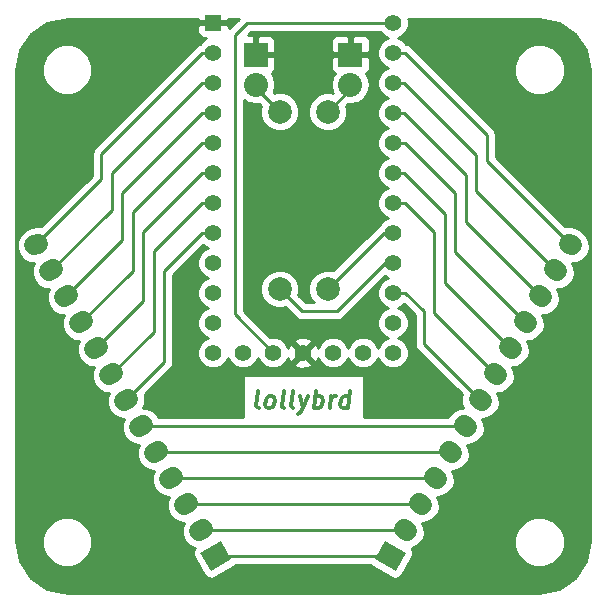
<source format=gtl>
G04 #@! TF.FileFunction,Copper,L1,Top,Signal*
%FSLAX46Y46*%
G04 Gerber Fmt 4.6, Leading zero omitted, Abs format (unit mm)*
G04 Created by KiCad (PCBNEW 0.201412201901+5330~19~ubuntu14.04.1-product) date Mon 29 Dec 2014 15:13:16 GMT*
%MOMM*%
G01*
G04 APERTURE LIST*
%ADD10C,0.100000*%
%ADD11C,0.300000*%
%ADD12R,2.032000X2.032000*%
%ADD13O,2.032000X2.032000*%
%ADD14C,1.727200*%
%ADD15C,1.998980*%
%ADD16R,1.397000X1.397000*%
%ADD17C,1.397000*%
%ADD18C,0.254000*%
G04 APERTURE END LIST*
D10*
D11*
X126236609Y-53678571D02*
X126102679Y-53607143D01*
X126049108Y-53464286D01*
X126209823Y-52178571D01*
X127022323Y-53678571D02*
X126888393Y-53607143D01*
X126825894Y-53535714D01*
X126772322Y-53392857D01*
X126825893Y-52964286D01*
X126915179Y-52821429D01*
X126995536Y-52750000D01*
X127147323Y-52678571D01*
X127361608Y-52678571D01*
X127495536Y-52750000D01*
X127558036Y-52821429D01*
X127611608Y-52964286D01*
X127558037Y-53392857D01*
X127468751Y-53535714D01*
X127388393Y-53607143D01*
X127236608Y-53678571D01*
X127022323Y-53678571D01*
X128379466Y-53678571D02*
X128245536Y-53607143D01*
X128191965Y-53464286D01*
X128352680Y-52178571D01*
X129165180Y-53678571D02*
X129031250Y-53607143D01*
X128977679Y-53464286D01*
X129138394Y-52178571D01*
X129718751Y-52678571D02*
X129950894Y-53678571D01*
X130433036Y-52678571D02*
X129950894Y-53678571D01*
X129763393Y-54035714D01*
X129683036Y-54107143D01*
X129531251Y-54178571D01*
X130879465Y-53678571D02*
X131066965Y-52178571D01*
X130995536Y-52750000D02*
X131147322Y-52678571D01*
X131433036Y-52678571D01*
X131566964Y-52750000D01*
X131629464Y-52821429D01*
X131683036Y-52964286D01*
X131629465Y-53392857D01*
X131540179Y-53535714D01*
X131459821Y-53607143D01*
X131308036Y-53678571D01*
X131022322Y-53678571D01*
X130888393Y-53607143D01*
X132236608Y-53678571D02*
X132361608Y-52678571D01*
X132325893Y-52964286D02*
X132415178Y-52821429D01*
X132495536Y-52750000D01*
X132647322Y-52678571D01*
X132790179Y-52678571D01*
X133808036Y-53678571D02*
X133995536Y-52178571D01*
X133816964Y-53607143D02*
X133665179Y-53678571D01*
X133379465Y-53678571D01*
X133245535Y-53607143D01*
X133183036Y-53535714D01*
X133129464Y-53392857D01*
X133183035Y-52964286D01*
X133272321Y-52821429D01*
X133352678Y-52750000D01*
X133504465Y-52678571D01*
X133790179Y-52678571D01*
X133924107Y-52750000D01*
D12*
X134000000Y-23730000D03*
D13*
X134000000Y-26270000D03*
D10*
G36*
X123931682Y-66438127D02*
X122171918Y-67454127D01*
X121308318Y-65958327D01*
X123068082Y-64942327D01*
X123931682Y-66438127D01*
X123931682Y-66438127D01*
G37*
D14*
X121218018Y-64074723D02*
X121481982Y-63922323D01*
X119948018Y-61875018D02*
X120211982Y-61722618D01*
X118678018Y-59675314D02*
X118941982Y-59522914D01*
X117408018Y-57475609D02*
X117671982Y-57323209D01*
X116138018Y-55275905D02*
X116401982Y-55123505D01*
X114868018Y-53076200D02*
X115131982Y-52923800D01*
X113598018Y-50876495D02*
X113861982Y-50724095D01*
X112328018Y-48676791D02*
X112591982Y-48524391D01*
X111058018Y-46477086D02*
X111321982Y-46324686D01*
X109788018Y-44277382D02*
X110051982Y-44124982D01*
X108518018Y-42077677D02*
X108781982Y-41925277D01*
X107248018Y-39877973D02*
X107511982Y-39725573D01*
D10*
G36*
X137828082Y-67454127D02*
X136068318Y-66438127D01*
X136931918Y-64942327D01*
X138691682Y-65958327D01*
X137828082Y-67454127D01*
X137828082Y-67454127D01*
G37*
D14*
X138518018Y-63922323D02*
X138781982Y-64074723D01*
X139788018Y-61722618D02*
X140051982Y-61875018D01*
X141058018Y-59522914D02*
X141321982Y-59675314D01*
X142328018Y-57323209D02*
X142591982Y-57475609D01*
X143598018Y-55123505D02*
X143861982Y-55275905D01*
X144868018Y-52923800D02*
X145131982Y-53076200D01*
X146138018Y-50724095D02*
X146401982Y-50876495D01*
X147408018Y-48524391D02*
X147671982Y-48676791D01*
X148678018Y-46324686D02*
X148941982Y-46477086D01*
X149948018Y-44124982D02*
X150211982Y-44277382D01*
X151218018Y-41925277D02*
X151481982Y-42077677D01*
X152488018Y-39725573D02*
X152751982Y-39877973D01*
D12*
X126000000Y-23730000D03*
D13*
X126000000Y-26270000D03*
D15*
X132080000Y-28568000D03*
X132080000Y-43568000D03*
X128016000Y-28568000D03*
X128016000Y-43568000D03*
D16*
X122380000Y-21030000D03*
D17*
X122380000Y-23570000D03*
X122380000Y-26110000D03*
X122380000Y-28650000D03*
X122380000Y-31190000D03*
X122380000Y-33730000D03*
X122380000Y-36270000D03*
X122380000Y-38810000D03*
X122380000Y-41350000D03*
X122380000Y-43890000D03*
X122380000Y-46430000D03*
X122380000Y-48970000D03*
X137620000Y-48970000D03*
X137620000Y-46430000D03*
X137620000Y-43890000D03*
X137620000Y-41350000D03*
X137620000Y-38810000D03*
X137620000Y-36270000D03*
X137620000Y-33730000D03*
X137620000Y-31190000D03*
X137620000Y-28650000D03*
X137620000Y-26110000D03*
X137620000Y-23570000D03*
X137620000Y-21030000D03*
X135080000Y-48970000D03*
X132540000Y-48970000D03*
X130000000Y-48970000D03*
X127460000Y-48970000D03*
X124920000Y-48970000D03*
D18*
X122620000Y-66198227D02*
X137380000Y-66198227D01*
X121350000Y-63998523D02*
X138650000Y-63998523D01*
X120080000Y-61798818D02*
X139920000Y-61798818D01*
X118810000Y-59599114D02*
X141190000Y-59599114D01*
X117540000Y-57399409D02*
X142460000Y-57399409D01*
X135128000Y-55199705D02*
X143730000Y-55199705D01*
X116270000Y-55199705D02*
X135128000Y-55199705D01*
X121464000Y-38810000D02*
X118237000Y-42037000D01*
X118237000Y-42037000D02*
X118237000Y-49763000D01*
X118237000Y-49763000D02*
X115000000Y-53000000D01*
X122380000Y-38810000D02*
X121464000Y-38810000D01*
X121464000Y-36270000D02*
X117348000Y-40386000D01*
X117348000Y-40386000D02*
X117348000Y-47182295D01*
X117348000Y-47182295D02*
X113730000Y-50800295D01*
X122380000Y-36270000D02*
X121464000Y-36270000D01*
X121464000Y-33730000D02*
X116459000Y-38735000D01*
X116459000Y-38735000D02*
X116459000Y-44601591D01*
X116459000Y-44601591D02*
X112460000Y-48600591D01*
X122380000Y-33730000D02*
X121464000Y-33730000D01*
X121464000Y-31190000D02*
X115570000Y-37084000D01*
X115570000Y-37084000D02*
X115570000Y-42020886D01*
X115570000Y-42020886D02*
X111190000Y-46400886D01*
X122380000Y-31190000D02*
X121464000Y-31190000D01*
X121464000Y-28650000D02*
X114681000Y-35433000D01*
X114681000Y-35433000D02*
X114681000Y-39440182D01*
X114681000Y-39440182D02*
X109920000Y-44201182D01*
X122380000Y-28650000D02*
X121464000Y-28650000D01*
X121464000Y-26110000D02*
X113792000Y-33782000D01*
X113792000Y-33782000D02*
X113792000Y-36859477D01*
X113792000Y-36859477D02*
X108650000Y-42001477D01*
X122380000Y-26110000D02*
X121464000Y-26110000D01*
X121464000Y-23570000D02*
X112903000Y-32131000D01*
X112903000Y-32131000D02*
X112903000Y-34278773D01*
X112903000Y-34278773D02*
X107380000Y-39801773D01*
X122380000Y-23570000D02*
X121464000Y-23570000D01*
X138632000Y-43890000D02*
X140208000Y-45466000D01*
X140208000Y-45466000D02*
X140208000Y-48208000D01*
X140208000Y-48208000D02*
X145000000Y-53000000D01*
X137620000Y-43890000D02*
X138632000Y-43890000D01*
X138609000Y-36270000D02*
X141097000Y-38758000D01*
X141097000Y-38758000D02*
X141097000Y-45627295D01*
X141097000Y-45627295D02*
X146270000Y-50800295D01*
X137620000Y-36270000D02*
X138609000Y-36270000D01*
X138505000Y-33730000D02*
X141986000Y-37211000D01*
X141986000Y-37211000D02*
X141986000Y-43046591D01*
X141986000Y-43046591D02*
X147540000Y-48600591D01*
X137620000Y-33730000D02*
X138505000Y-33730000D01*
X138632000Y-31190000D02*
X142875000Y-35433000D01*
X142875000Y-35433000D02*
X142875000Y-40465886D01*
X142875000Y-40465886D02*
X148810000Y-46400886D01*
X137620000Y-31190000D02*
X138632000Y-31190000D01*
X138505000Y-28650000D02*
X143764000Y-33909000D01*
X143764000Y-33909000D02*
X143764000Y-37885182D01*
X143764000Y-37885182D02*
X150080000Y-44201182D01*
X137620000Y-28650000D02*
X138505000Y-28650000D01*
X138505000Y-26110000D02*
X144653000Y-32258000D01*
X144653000Y-32258000D02*
X144653000Y-35304477D01*
X144653000Y-35304477D02*
X151350000Y-42001477D01*
X137620000Y-26110000D02*
X138505000Y-26110000D01*
X138609000Y-23570000D02*
X145542000Y-30503000D01*
X145542000Y-30503000D02*
X145542000Y-32723773D01*
X145542000Y-32723773D02*
X152620000Y-39801773D01*
X137620000Y-23570000D02*
X138609000Y-23570000D01*
X125274000Y-21030000D02*
X124206000Y-22098000D01*
X124206000Y-22098000D02*
X124206000Y-45716000D01*
X124206000Y-45716000D02*
X127460000Y-48970000D01*
X137620000Y-21030000D02*
X125274000Y-21030000D01*
X134000000Y-26270000D02*
X134000000Y-26648000D01*
X134000000Y-26648000D02*
X132080000Y-28568000D01*
X134000000Y-26270000D02*
X134000000Y-26500000D01*
X126000000Y-26270000D02*
X126000000Y-26552000D01*
X126000000Y-26552000D02*
X128016000Y-28568000D01*
X126000000Y-26270000D02*
X126000000Y-26500000D01*
X137620000Y-38810000D02*
X136838000Y-38810000D01*
X136838000Y-38810000D02*
X132080000Y-43568000D01*
X132014000Y-43500000D02*
X132000000Y-43500000D01*
X132014000Y-43500000D02*
X132000000Y-43500000D01*
X137620000Y-41350000D02*
X136958000Y-41350000D01*
X136958000Y-41350000D02*
X132842000Y-45466000D01*
X132842000Y-45466000D02*
X129914000Y-45466000D01*
X129914000Y-45466000D02*
X128016000Y-43568000D01*
G36*
X143559912Y-53635035D02*
X143182143Y-53659795D01*
X142657718Y-53918411D01*
X142272182Y-54358029D01*
X142245135Y-54437705D01*
X135128750Y-54437705D01*
X135128750Y-50865000D01*
X130754583Y-50865000D01*
X130754583Y-49904188D01*
X130000000Y-49149605D01*
X129245417Y-49904188D01*
X129307071Y-50139800D01*
X129807480Y-50315927D01*
X130337199Y-50287148D01*
X130692929Y-50139800D01*
X130754583Y-49904188D01*
X130754583Y-50865000D01*
X124871251Y-50865000D01*
X124871251Y-54437705D01*
X117754865Y-54437705D01*
X117727822Y-54358036D01*
X117342288Y-53918416D01*
X116817864Y-53659798D01*
X116440086Y-53635035D01*
X116607529Y-53295498D01*
X116645774Y-52712025D01*
X116574772Y-52502858D01*
X118775815Y-50301816D01*
X118775815Y-50301815D01*
X118940996Y-50054605D01*
X118998999Y-49763000D01*
X118999000Y-49763000D01*
X118999000Y-42352630D01*
X121517817Y-39833812D01*
X121623647Y-39939827D01*
X121961446Y-40080093D01*
X121625620Y-40218854D01*
X121250173Y-40593647D01*
X121046732Y-41083587D01*
X121046269Y-41614086D01*
X121248854Y-42104380D01*
X121623647Y-42479827D01*
X121961446Y-42620093D01*
X121625620Y-42758854D01*
X121250173Y-43133647D01*
X121046732Y-43623587D01*
X121046269Y-44154086D01*
X121248854Y-44644380D01*
X121623647Y-45019827D01*
X121961446Y-45160093D01*
X121625620Y-45298854D01*
X121250173Y-45673647D01*
X121046732Y-46163587D01*
X121046269Y-46694086D01*
X121248854Y-47184380D01*
X121623647Y-47559827D01*
X121961446Y-47700093D01*
X121625620Y-47838854D01*
X121250173Y-48213647D01*
X121046732Y-48703587D01*
X121046269Y-49234086D01*
X121248854Y-49724380D01*
X121623647Y-50099827D01*
X122113587Y-50303268D01*
X122644086Y-50303731D01*
X123134380Y-50101146D01*
X123509827Y-49726353D01*
X123650093Y-49388553D01*
X123788854Y-49724380D01*
X124163647Y-50099827D01*
X124653587Y-50303268D01*
X125184086Y-50303731D01*
X125674380Y-50101146D01*
X126049827Y-49726353D01*
X126190093Y-49388553D01*
X126328854Y-49724380D01*
X126703647Y-50099827D01*
X127193587Y-50303268D01*
X127724086Y-50303731D01*
X128214380Y-50101146D01*
X128589827Y-49726353D01*
X128723313Y-49404881D01*
X128830200Y-49662929D01*
X129065812Y-49724583D01*
X129820395Y-48970000D01*
X129065812Y-48215417D01*
X128830200Y-48277071D01*
X128731916Y-48556311D01*
X128591146Y-48215620D01*
X128216353Y-47840173D01*
X127726413Y-47636732D01*
X127203905Y-47636275D01*
X124968000Y-45400370D01*
X124968000Y-27560271D01*
X125368190Y-27827670D01*
X126000000Y-27953345D01*
X126270006Y-27899637D01*
X126449285Y-28078915D01*
X126381794Y-28241453D01*
X126381226Y-28891694D01*
X126629538Y-29492655D01*
X127088927Y-29952846D01*
X127689453Y-30202206D01*
X128339694Y-30202774D01*
X128940655Y-29954462D01*
X129400846Y-29495073D01*
X129650206Y-28894547D01*
X129650774Y-28244306D01*
X129402462Y-27643345D01*
X128943073Y-27183154D01*
X128342547Y-26933794D01*
X127692306Y-26933226D01*
X127527112Y-27001482D01*
X127499073Y-26973443D01*
X127525325Y-26934155D01*
X127651000Y-26302345D01*
X127651000Y-26237655D01*
X127525325Y-25605845D01*
X127324628Y-25305481D01*
X127375699Y-25284327D01*
X127554327Y-25105698D01*
X127651000Y-24872309D01*
X127651000Y-24015750D01*
X127651000Y-23444250D01*
X127651000Y-22587691D01*
X127554327Y-22354302D01*
X127375699Y-22175673D01*
X127142310Y-22079000D01*
X126889691Y-22079000D01*
X126285750Y-22079000D01*
X126127000Y-22237750D01*
X126127000Y-23603000D01*
X127492250Y-23603000D01*
X127651000Y-23444250D01*
X127651000Y-24015750D01*
X127492250Y-23857000D01*
X126127000Y-23857000D01*
X126127000Y-23877000D01*
X125873000Y-23877000D01*
X125873000Y-23857000D01*
X125853000Y-23857000D01*
X125853000Y-23603000D01*
X125873000Y-23603000D01*
X125873000Y-22237750D01*
X125714250Y-22079000D01*
X125302630Y-22079000D01*
X125589630Y-21792000D01*
X136496460Y-21792000D01*
X136863647Y-22159827D01*
X137201446Y-22300093D01*
X136865620Y-22438854D01*
X136490173Y-22813647D01*
X136286732Y-23303587D01*
X136286269Y-23834086D01*
X136488854Y-24324380D01*
X136863647Y-24699827D01*
X137201446Y-24840093D01*
X136865620Y-24978854D01*
X136490173Y-25353647D01*
X136286732Y-25843587D01*
X136286269Y-26374086D01*
X136488854Y-26864380D01*
X136863647Y-27239827D01*
X137201446Y-27380093D01*
X136865620Y-27518854D01*
X136490173Y-27893647D01*
X136286732Y-28383587D01*
X136286269Y-28914086D01*
X136488854Y-29404380D01*
X136863647Y-29779827D01*
X137201446Y-29920093D01*
X136865620Y-30058854D01*
X136490173Y-30433647D01*
X136286732Y-30923587D01*
X136286269Y-31454086D01*
X136488854Y-31944380D01*
X136863647Y-32319827D01*
X137201446Y-32460093D01*
X136865620Y-32598854D01*
X136490173Y-32973647D01*
X136286732Y-33463587D01*
X136286269Y-33994086D01*
X136488854Y-34484380D01*
X136863647Y-34859827D01*
X137201446Y-35000093D01*
X136865620Y-35138854D01*
X136490173Y-35513647D01*
X136286732Y-36003587D01*
X136286269Y-36534086D01*
X136488854Y-37024380D01*
X136863647Y-37399827D01*
X137201446Y-37540093D01*
X136865620Y-37678854D01*
X136490173Y-38053647D01*
X136438495Y-38178100D01*
X136299185Y-38271185D01*
X135651000Y-38919369D01*
X135651000Y-26302345D01*
X135651000Y-26237655D01*
X135525325Y-25605845D01*
X135324628Y-25305481D01*
X135375699Y-25284327D01*
X135554327Y-25105698D01*
X135651000Y-24872309D01*
X135651000Y-24015750D01*
X135651000Y-23444250D01*
X135651000Y-22587691D01*
X135554327Y-22354302D01*
X135375699Y-22175673D01*
X135142310Y-22079000D01*
X134889691Y-22079000D01*
X134285750Y-22079000D01*
X134127000Y-22237750D01*
X134127000Y-23603000D01*
X135492250Y-23603000D01*
X135651000Y-23444250D01*
X135651000Y-24015750D01*
X135492250Y-23857000D01*
X134127000Y-23857000D01*
X134127000Y-23877000D01*
X133873000Y-23877000D01*
X133873000Y-23857000D01*
X133873000Y-23603000D01*
X133873000Y-22237750D01*
X133714250Y-22079000D01*
X133110309Y-22079000D01*
X132857690Y-22079000D01*
X132624301Y-22175673D01*
X132445673Y-22354302D01*
X132349000Y-22587691D01*
X132349000Y-23444250D01*
X132507750Y-23603000D01*
X133873000Y-23603000D01*
X133873000Y-23857000D01*
X132507750Y-23857000D01*
X132349000Y-24015750D01*
X132349000Y-24872309D01*
X132445673Y-25105698D01*
X132624301Y-25284327D01*
X132675371Y-25305481D01*
X132474675Y-25605845D01*
X132349000Y-26237655D01*
X132349000Y-26302345D01*
X132474675Y-26934155D01*
X132500501Y-26972807D01*
X132406547Y-26933794D01*
X131756306Y-26933226D01*
X131155345Y-27181538D01*
X130695154Y-27640927D01*
X130445794Y-28241453D01*
X130445226Y-28891694D01*
X130693538Y-29492655D01*
X131152927Y-29952846D01*
X131753453Y-30202206D01*
X132403694Y-30202774D01*
X133004655Y-29954462D01*
X133464846Y-29495073D01*
X133714206Y-28894547D01*
X133714774Y-28244306D01*
X133646517Y-28079112D01*
X133810065Y-27915564D01*
X134000000Y-27953345D01*
X134631810Y-27827670D01*
X135167433Y-27469778D01*
X135525325Y-26934155D01*
X135651000Y-26302345D01*
X135651000Y-38919369D01*
X132569084Y-42001285D01*
X132406547Y-41933794D01*
X131756306Y-41933226D01*
X131155345Y-42181538D01*
X130695154Y-42640927D01*
X130445794Y-43241453D01*
X130445226Y-43891694D01*
X130693538Y-44492655D01*
X130904514Y-44704000D01*
X130229630Y-44704000D01*
X129582714Y-44057084D01*
X129650206Y-43894547D01*
X129650774Y-43244306D01*
X129402462Y-42643345D01*
X128943073Y-42183154D01*
X128342547Y-41933794D01*
X127692306Y-41933226D01*
X127091345Y-42181538D01*
X126631154Y-42640927D01*
X126381794Y-43241453D01*
X126381226Y-43891694D01*
X126629538Y-44492655D01*
X127088927Y-44952846D01*
X127689453Y-45202206D01*
X128339694Y-45202774D01*
X128504887Y-45134517D01*
X129375184Y-46004815D01*
X129375185Y-46004815D01*
X129622395Y-46169996D01*
X129914000Y-46228000D01*
X132842000Y-46228000D01*
X132842000Y-46227999D01*
X133133604Y-46169996D01*
X133133605Y-46169996D01*
X133380815Y-46004815D01*
X136893434Y-42492195D01*
X137201446Y-42620093D01*
X136865620Y-42758854D01*
X136490173Y-43133647D01*
X136286732Y-43623587D01*
X136286269Y-44154086D01*
X136488854Y-44644380D01*
X136863647Y-45019827D01*
X137201446Y-45160093D01*
X136865620Y-45298854D01*
X136490173Y-45673647D01*
X136286732Y-46163587D01*
X136286269Y-46694086D01*
X136488854Y-47184380D01*
X136863647Y-47559827D01*
X137201446Y-47700093D01*
X136865620Y-47838854D01*
X136490173Y-48213647D01*
X136349906Y-48551446D01*
X136211146Y-48215620D01*
X135836353Y-47840173D01*
X135346413Y-47636732D01*
X134815914Y-47636269D01*
X134325620Y-47838854D01*
X133950173Y-48213647D01*
X133809906Y-48551446D01*
X133671146Y-48215620D01*
X133296353Y-47840173D01*
X132806413Y-47636732D01*
X132275914Y-47636269D01*
X131785620Y-47838854D01*
X131410173Y-48213647D01*
X131276686Y-48535118D01*
X131169800Y-48277071D01*
X130934188Y-48215417D01*
X130754583Y-48395022D01*
X130754583Y-48035812D01*
X130692929Y-47800200D01*
X130192520Y-47624073D01*
X129662801Y-47652852D01*
X129307071Y-47800200D01*
X129245417Y-48035812D01*
X130000000Y-48790395D01*
X130754583Y-48035812D01*
X130754583Y-48395022D01*
X130179605Y-48970000D01*
X130934188Y-49724583D01*
X131169800Y-49662929D01*
X131268083Y-49383688D01*
X131408854Y-49724380D01*
X131783647Y-50099827D01*
X132273587Y-50303268D01*
X132804086Y-50303731D01*
X133294380Y-50101146D01*
X133669827Y-49726353D01*
X133810093Y-49388553D01*
X133948854Y-49724380D01*
X134323647Y-50099827D01*
X134813587Y-50303268D01*
X135344086Y-50303731D01*
X135834380Y-50101146D01*
X136209827Y-49726353D01*
X136350093Y-49388553D01*
X136488854Y-49724380D01*
X136863647Y-50099827D01*
X137353587Y-50303268D01*
X137884086Y-50303731D01*
X138374380Y-50101146D01*
X138749827Y-49726353D01*
X138953268Y-49236413D01*
X138953731Y-48705914D01*
X138751146Y-48215620D01*
X138376353Y-47840173D01*
X138038553Y-47699906D01*
X138374380Y-47561146D01*
X138749827Y-47186353D01*
X138953268Y-46696413D01*
X138953731Y-46165914D01*
X138751146Y-45675620D01*
X138376353Y-45300173D01*
X138038553Y-45159906D01*
X138374380Y-45021146D01*
X138530083Y-44865713D01*
X139446000Y-45781630D01*
X139446000Y-48208000D01*
X139504004Y-48499605D01*
X139669185Y-48746815D01*
X143425227Y-52502858D01*
X143354227Y-52712017D01*
X143392469Y-53295490D01*
X143559912Y-53635035D01*
X143559912Y-53635035D01*
G37*
X143559912Y-53635035D02*
X143182143Y-53659795D01*
X142657718Y-53918411D01*
X142272182Y-54358029D01*
X142245135Y-54437705D01*
X135128750Y-54437705D01*
X135128750Y-50865000D01*
X130754583Y-50865000D01*
X130754583Y-49904188D01*
X130000000Y-49149605D01*
X129245417Y-49904188D01*
X129307071Y-50139800D01*
X129807480Y-50315927D01*
X130337199Y-50287148D01*
X130692929Y-50139800D01*
X130754583Y-49904188D01*
X130754583Y-50865000D01*
X124871251Y-50865000D01*
X124871251Y-54437705D01*
X117754865Y-54437705D01*
X117727822Y-54358036D01*
X117342288Y-53918416D01*
X116817864Y-53659798D01*
X116440086Y-53635035D01*
X116607529Y-53295498D01*
X116645774Y-52712025D01*
X116574772Y-52502858D01*
X118775815Y-50301816D01*
X118775815Y-50301815D01*
X118940996Y-50054605D01*
X118998999Y-49763000D01*
X118999000Y-49763000D01*
X118999000Y-42352630D01*
X121517817Y-39833812D01*
X121623647Y-39939827D01*
X121961446Y-40080093D01*
X121625620Y-40218854D01*
X121250173Y-40593647D01*
X121046732Y-41083587D01*
X121046269Y-41614086D01*
X121248854Y-42104380D01*
X121623647Y-42479827D01*
X121961446Y-42620093D01*
X121625620Y-42758854D01*
X121250173Y-43133647D01*
X121046732Y-43623587D01*
X121046269Y-44154086D01*
X121248854Y-44644380D01*
X121623647Y-45019827D01*
X121961446Y-45160093D01*
X121625620Y-45298854D01*
X121250173Y-45673647D01*
X121046732Y-46163587D01*
X121046269Y-46694086D01*
X121248854Y-47184380D01*
X121623647Y-47559827D01*
X121961446Y-47700093D01*
X121625620Y-47838854D01*
X121250173Y-48213647D01*
X121046732Y-48703587D01*
X121046269Y-49234086D01*
X121248854Y-49724380D01*
X121623647Y-50099827D01*
X122113587Y-50303268D01*
X122644086Y-50303731D01*
X123134380Y-50101146D01*
X123509827Y-49726353D01*
X123650093Y-49388553D01*
X123788854Y-49724380D01*
X124163647Y-50099827D01*
X124653587Y-50303268D01*
X125184086Y-50303731D01*
X125674380Y-50101146D01*
X126049827Y-49726353D01*
X126190093Y-49388553D01*
X126328854Y-49724380D01*
X126703647Y-50099827D01*
X127193587Y-50303268D01*
X127724086Y-50303731D01*
X128214380Y-50101146D01*
X128589827Y-49726353D01*
X128723313Y-49404881D01*
X128830200Y-49662929D01*
X129065812Y-49724583D01*
X129820395Y-48970000D01*
X129065812Y-48215417D01*
X128830200Y-48277071D01*
X128731916Y-48556311D01*
X128591146Y-48215620D01*
X128216353Y-47840173D01*
X127726413Y-47636732D01*
X127203905Y-47636275D01*
X124968000Y-45400370D01*
X124968000Y-27560271D01*
X125368190Y-27827670D01*
X126000000Y-27953345D01*
X126270006Y-27899637D01*
X126449285Y-28078915D01*
X126381794Y-28241453D01*
X126381226Y-28891694D01*
X126629538Y-29492655D01*
X127088927Y-29952846D01*
X127689453Y-30202206D01*
X128339694Y-30202774D01*
X128940655Y-29954462D01*
X129400846Y-29495073D01*
X129650206Y-28894547D01*
X129650774Y-28244306D01*
X129402462Y-27643345D01*
X128943073Y-27183154D01*
X128342547Y-26933794D01*
X127692306Y-26933226D01*
X127527112Y-27001482D01*
X127499073Y-26973443D01*
X127525325Y-26934155D01*
X127651000Y-26302345D01*
X127651000Y-26237655D01*
X127525325Y-25605845D01*
X127324628Y-25305481D01*
X127375699Y-25284327D01*
X127554327Y-25105698D01*
X127651000Y-24872309D01*
X127651000Y-24015750D01*
X127651000Y-23444250D01*
X127651000Y-22587691D01*
X127554327Y-22354302D01*
X127375699Y-22175673D01*
X127142310Y-22079000D01*
X126889691Y-22079000D01*
X126285750Y-22079000D01*
X126127000Y-22237750D01*
X126127000Y-23603000D01*
X127492250Y-23603000D01*
X127651000Y-23444250D01*
X127651000Y-24015750D01*
X127492250Y-23857000D01*
X126127000Y-23857000D01*
X126127000Y-23877000D01*
X125873000Y-23877000D01*
X125873000Y-23857000D01*
X125853000Y-23857000D01*
X125853000Y-23603000D01*
X125873000Y-23603000D01*
X125873000Y-22237750D01*
X125714250Y-22079000D01*
X125302630Y-22079000D01*
X125589630Y-21792000D01*
X136496460Y-21792000D01*
X136863647Y-22159827D01*
X137201446Y-22300093D01*
X136865620Y-22438854D01*
X136490173Y-22813647D01*
X136286732Y-23303587D01*
X136286269Y-23834086D01*
X136488854Y-24324380D01*
X136863647Y-24699827D01*
X137201446Y-24840093D01*
X136865620Y-24978854D01*
X136490173Y-25353647D01*
X136286732Y-25843587D01*
X136286269Y-26374086D01*
X136488854Y-26864380D01*
X136863647Y-27239827D01*
X137201446Y-27380093D01*
X136865620Y-27518854D01*
X136490173Y-27893647D01*
X136286732Y-28383587D01*
X136286269Y-28914086D01*
X136488854Y-29404380D01*
X136863647Y-29779827D01*
X137201446Y-29920093D01*
X136865620Y-30058854D01*
X136490173Y-30433647D01*
X136286732Y-30923587D01*
X136286269Y-31454086D01*
X136488854Y-31944380D01*
X136863647Y-32319827D01*
X137201446Y-32460093D01*
X136865620Y-32598854D01*
X136490173Y-32973647D01*
X136286732Y-33463587D01*
X136286269Y-33994086D01*
X136488854Y-34484380D01*
X136863647Y-34859827D01*
X137201446Y-35000093D01*
X136865620Y-35138854D01*
X136490173Y-35513647D01*
X136286732Y-36003587D01*
X136286269Y-36534086D01*
X136488854Y-37024380D01*
X136863647Y-37399827D01*
X137201446Y-37540093D01*
X136865620Y-37678854D01*
X136490173Y-38053647D01*
X136438495Y-38178100D01*
X136299185Y-38271185D01*
X135651000Y-38919369D01*
X135651000Y-26302345D01*
X135651000Y-26237655D01*
X135525325Y-25605845D01*
X135324628Y-25305481D01*
X135375699Y-25284327D01*
X135554327Y-25105698D01*
X135651000Y-24872309D01*
X135651000Y-24015750D01*
X135651000Y-23444250D01*
X135651000Y-22587691D01*
X135554327Y-22354302D01*
X135375699Y-22175673D01*
X135142310Y-22079000D01*
X134889691Y-22079000D01*
X134285750Y-22079000D01*
X134127000Y-22237750D01*
X134127000Y-23603000D01*
X135492250Y-23603000D01*
X135651000Y-23444250D01*
X135651000Y-24015750D01*
X135492250Y-23857000D01*
X134127000Y-23857000D01*
X134127000Y-23877000D01*
X133873000Y-23877000D01*
X133873000Y-23857000D01*
X133873000Y-23603000D01*
X133873000Y-22237750D01*
X133714250Y-22079000D01*
X133110309Y-22079000D01*
X132857690Y-22079000D01*
X132624301Y-22175673D01*
X132445673Y-22354302D01*
X132349000Y-22587691D01*
X132349000Y-23444250D01*
X132507750Y-23603000D01*
X133873000Y-23603000D01*
X133873000Y-23857000D01*
X132507750Y-23857000D01*
X132349000Y-24015750D01*
X132349000Y-24872309D01*
X132445673Y-25105698D01*
X132624301Y-25284327D01*
X132675371Y-25305481D01*
X132474675Y-25605845D01*
X132349000Y-26237655D01*
X132349000Y-26302345D01*
X132474675Y-26934155D01*
X132500501Y-26972807D01*
X132406547Y-26933794D01*
X131756306Y-26933226D01*
X131155345Y-27181538D01*
X130695154Y-27640927D01*
X130445794Y-28241453D01*
X130445226Y-28891694D01*
X130693538Y-29492655D01*
X131152927Y-29952846D01*
X131753453Y-30202206D01*
X132403694Y-30202774D01*
X133004655Y-29954462D01*
X133464846Y-29495073D01*
X133714206Y-28894547D01*
X133714774Y-28244306D01*
X133646517Y-28079112D01*
X133810065Y-27915564D01*
X134000000Y-27953345D01*
X134631810Y-27827670D01*
X135167433Y-27469778D01*
X135525325Y-26934155D01*
X135651000Y-26302345D01*
X135651000Y-38919369D01*
X132569084Y-42001285D01*
X132406547Y-41933794D01*
X131756306Y-41933226D01*
X131155345Y-42181538D01*
X130695154Y-42640927D01*
X130445794Y-43241453D01*
X130445226Y-43891694D01*
X130693538Y-44492655D01*
X130904514Y-44704000D01*
X130229630Y-44704000D01*
X129582714Y-44057084D01*
X129650206Y-43894547D01*
X129650774Y-43244306D01*
X129402462Y-42643345D01*
X128943073Y-42183154D01*
X128342547Y-41933794D01*
X127692306Y-41933226D01*
X127091345Y-42181538D01*
X126631154Y-42640927D01*
X126381794Y-43241453D01*
X126381226Y-43891694D01*
X126629538Y-44492655D01*
X127088927Y-44952846D01*
X127689453Y-45202206D01*
X128339694Y-45202774D01*
X128504887Y-45134517D01*
X129375184Y-46004815D01*
X129375185Y-46004815D01*
X129622395Y-46169996D01*
X129914000Y-46228000D01*
X132842000Y-46228000D01*
X132842000Y-46227999D01*
X133133604Y-46169996D01*
X133133605Y-46169996D01*
X133380815Y-46004815D01*
X136893434Y-42492195D01*
X137201446Y-42620093D01*
X136865620Y-42758854D01*
X136490173Y-43133647D01*
X136286732Y-43623587D01*
X136286269Y-44154086D01*
X136488854Y-44644380D01*
X136863647Y-45019827D01*
X137201446Y-45160093D01*
X136865620Y-45298854D01*
X136490173Y-45673647D01*
X136286732Y-46163587D01*
X136286269Y-46694086D01*
X136488854Y-47184380D01*
X136863647Y-47559827D01*
X137201446Y-47700093D01*
X136865620Y-47838854D01*
X136490173Y-48213647D01*
X136349906Y-48551446D01*
X136211146Y-48215620D01*
X135836353Y-47840173D01*
X135346413Y-47636732D01*
X134815914Y-47636269D01*
X134325620Y-47838854D01*
X133950173Y-48213647D01*
X133809906Y-48551446D01*
X133671146Y-48215620D01*
X133296353Y-47840173D01*
X132806413Y-47636732D01*
X132275914Y-47636269D01*
X131785620Y-47838854D01*
X131410173Y-48213647D01*
X131276686Y-48535118D01*
X131169800Y-48277071D01*
X130934188Y-48215417D01*
X130754583Y-48395022D01*
X130754583Y-48035812D01*
X130692929Y-47800200D01*
X130192520Y-47624073D01*
X129662801Y-47652852D01*
X129307071Y-47800200D01*
X129245417Y-48035812D01*
X130000000Y-48790395D01*
X130754583Y-48035812D01*
X130754583Y-48395022D01*
X130179605Y-48970000D01*
X130934188Y-49724583D01*
X131169800Y-49662929D01*
X131268083Y-49383688D01*
X131408854Y-49724380D01*
X131783647Y-50099827D01*
X132273587Y-50303268D01*
X132804086Y-50303731D01*
X133294380Y-50101146D01*
X133669827Y-49726353D01*
X133810093Y-49388553D01*
X133948854Y-49724380D01*
X134323647Y-50099827D01*
X134813587Y-50303268D01*
X135344086Y-50303731D01*
X135834380Y-50101146D01*
X136209827Y-49726353D01*
X136350093Y-49388553D01*
X136488854Y-49724380D01*
X136863647Y-50099827D01*
X137353587Y-50303268D01*
X137884086Y-50303731D01*
X138374380Y-50101146D01*
X138749827Y-49726353D01*
X138953268Y-49236413D01*
X138953731Y-48705914D01*
X138751146Y-48215620D01*
X138376353Y-47840173D01*
X138038553Y-47699906D01*
X138374380Y-47561146D01*
X138749827Y-47186353D01*
X138953268Y-46696413D01*
X138953731Y-46165914D01*
X138751146Y-45675620D01*
X138376353Y-45300173D01*
X138038553Y-45159906D01*
X138374380Y-45021146D01*
X138530083Y-44865713D01*
X139446000Y-45781630D01*
X139446000Y-48208000D01*
X139504004Y-48499605D01*
X139669185Y-48746815D01*
X143425227Y-52502858D01*
X143354227Y-52712017D01*
X143392469Y-53295490D01*
X143559912Y-53635035D01*
G36*
X154315000Y-64932532D02*
X153974141Y-66646144D01*
X153041675Y-68041677D01*
X152135240Y-68647337D01*
X152135240Y-64577211D01*
X151810910Y-63792273D01*
X151210886Y-63191200D01*
X150426515Y-62865501D01*
X149577211Y-62864760D01*
X148792273Y-63189090D01*
X148191200Y-63789114D01*
X147865501Y-64573485D01*
X147864760Y-65422789D01*
X148189090Y-66207727D01*
X148789114Y-66808800D01*
X149573485Y-67134499D01*
X150422789Y-67135240D01*
X151207727Y-66810910D01*
X151808800Y-66210886D01*
X152134499Y-65426515D01*
X152135240Y-64577211D01*
X152135240Y-68647337D01*
X151646142Y-68974142D01*
X149932532Y-69315000D01*
X112135240Y-69315000D01*
X112135240Y-64577211D01*
X111810910Y-63792273D01*
X111210886Y-63191200D01*
X110426515Y-62865501D01*
X109577211Y-62864760D01*
X108792273Y-63189090D01*
X108191200Y-63789114D01*
X107865501Y-64573485D01*
X107864760Y-65422789D01*
X108189090Y-66207727D01*
X108789114Y-66808800D01*
X109573485Y-67134499D01*
X110422789Y-67135240D01*
X111207727Y-66810910D01*
X111808800Y-66210886D01*
X112134499Y-65426515D01*
X112135240Y-64577211D01*
X112135240Y-69315000D01*
X110067467Y-69315000D01*
X108353855Y-68974141D01*
X106958322Y-68041675D01*
X106025857Y-66646142D01*
X105685000Y-64932532D01*
X105685000Y-25067467D01*
X106025857Y-23353857D01*
X106958322Y-21958324D01*
X108353855Y-21025858D01*
X110067467Y-20685000D01*
X121046500Y-20685000D01*
X121046500Y-20744250D01*
X121205250Y-20903000D01*
X122253000Y-20903000D01*
X122253000Y-20883000D01*
X122507000Y-20883000D01*
X122507000Y-20903000D01*
X123554750Y-20903000D01*
X123713500Y-20744250D01*
X123713500Y-20685000D01*
X124541370Y-20685000D01*
X123713500Y-21512870D01*
X123713500Y-21315750D01*
X123554750Y-21157000D01*
X122507000Y-21157000D01*
X122507000Y-21177000D01*
X122253000Y-21177000D01*
X122253000Y-21157000D01*
X121205250Y-21157000D01*
X121046500Y-21315750D01*
X121046500Y-21602191D01*
X121046500Y-21854810D01*
X121143173Y-22088199D01*
X121321802Y-22266827D01*
X121555191Y-22363500D01*
X121807990Y-22363500D01*
X121625620Y-22438854D01*
X121250173Y-22813647D01*
X121233477Y-22853853D01*
X121233477Y-22853854D01*
X121172395Y-22866004D01*
X120925184Y-23031185D01*
X112364185Y-31592185D01*
X112199004Y-31839395D01*
X112141000Y-32131000D01*
X112141000Y-33963142D01*
X112135240Y-33968902D01*
X112135240Y-24577211D01*
X111810910Y-23792273D01*
X111210886Y-23191200D01*
X110426515Y-22865501D01*
X109577211Y-22864760D01*
X108792273Y-23189090D01*
X108191200Y-23789114D01*
X107865501Y-24573485D01*
X107864760Y-25422789D01*
X108189090Y-26207727D01*
X108789114Y-26808800D01*
X109573485Y-27134499D01*
X110422789Y-27135240D01*
X111207727Y-26810910D01*
X111808800Y-26210886D01*
X112134499Y-25426515D01*
X112135240Y-24577211D01*
X112135240Y-33968902D01*
X107847541Y-38256601D01*
X107344391Y-38223621D01*
X106790698Y-38411573D01*
X106470710Y-38596317D01*
X106031089Y-38981852D01*
X105772471Y-39506275D01*
X105734226Y-40089748D01*
X105922178Y-40643441D01*
X106307713Y-41083062D01*
X106832136Y-41341680D01*
X107209912Y-41366442D01*
X107042471Y-41705979D01*
X107004226Y-42289452D01*
X107192178Y-42843145D01*
X107577713Y-43282766D01*
X108102136Y-43541384D01*
X108479913Y-43566146D01*
X108312471Y-43905684D01*
X108274226Y-44489157D01*
X108462178Y-45042850D01*
X108847713Y-45482471D01*
X109372136Y-45741089D01*
X109749912Y-45765851D01*
X109582471Y-46105388D01*
X109544226Y-46688861D01*
X109732178Y-47242554D01*
X110117713Y-47682175D01*
X110642136Y-47940793D01*
X111019913Y-47965555D01*
X110852471Y-48305093D01*
X110814226Y-48888566D01*
X111002178Y-49442259D01*
X111387713Y-49881880D01*
X111912136Y-50140498D01*
X112289912Y-50165260D01*
X112122471Y-50504797D01*
X112084226Y-51088270D01*
X112272178Y-51641963D01*
X112657713Y-52081584D01*
X113182136Y-52340202D01*
X113559913Y-52364964D01*
X113392471Y-52704502D01*
X113354226Y-53287975D01*
X113542178Y-53841668D01*
X113927713Y-54281289D01*
X114452136Y-54539907D01*
X114829913Y-54564669D01*
X114662471Y-54904207D01*
X114624226Y-55487680D01*
X114812178Y-56041373D01*
X115197713Y-56480994D01*
X115722136Y-56739612D01*
X116099912Y-56764374D01*
X115932471Y-57103911D01*
X115894226Y-57687384D01*
X116082178Y-58241077D01*
X116467713Y-58680698D01*
X116992136Y-58939316D01*
X117369913Y-58964078D01*
X117202471Y-59303616D01*
X117164226Y-59887089D01*
X117352178Y-60440782D01*
X117737713Y-60880403D01*
X118262136Y-61139021D01*
X118639912Y-61163783D01*
X118472471Y-61503320D01*
X118434226Y-62086793D01*
X118622178Y-62640486D01*
X119007713Y-63080107D01*
X119532136Y-63338725D01*
X119909913Y-63363487D01*
X119742471Y-63703025D01*
X119704226Y-64286498D01*
X119892178Y-64840191D01*
X120277713Y-65279812D01*
X120802136Y-65538430D01*
X120821081Y-65539671D01*
X120798402Y-65559373D01*
X120684003Y-65786836D01*
X120666155Y-66040820D01*
X120747618Y-66282047D01*
X121611218Y-67777847D01*
X121772964Y-67964043D01*
X122000427Y-68078442D01*
X122254411Y-68096290D01*
X122495638Y-68014827D01*
X124255402Y-66998827D01*
X124299836Y-66960227D01*
X135700722Y-66960227D01*
X135744598Y-66998827D01*
X137504362Y-68014827D01*
X137737536Y-68095205D01*
X137991724Y-68080546D01*
X138220605Y-67969010D01*
X138388782Y-67777847D01*
X139252382Y-66282047D01*
X139332760Y-66048873D01*
X139318101Y-65794685D01*
X139206565Y-65565804D01*
X139177006Y-65539799D01*
X139197858Y-65538433D01*
X139722282Y-65279817D01*
X140107818Y-64840199D01*
X140295773Y-64286506D01*
X140257531Y-63703033D01*
X140090087Y-63363487D01*
X140467858Y-63338728D01*
X140992282Y-63080112D01*
X141377818Y-62640494D01*
X141565773Y-62086801D01*
X141527531Y-61503328D01*
X141360087Y-61163783D01*
X141737858Y-61139024D01*
X142262282Y-60880408D01*
X142647818Y-60440790D01*
X142835773Y-59887097D01*
X142797531Y-59303624D01*
X142630087Y-58964078D01*
X143007858Y-58939319D01*
X143532282Y-58680703D01*
X143917818Y-58241085D01*
X144105773Y-57687392D01*
X144067531Y-57103919D01*
X143900087Y-56764374D01*
X144277858Y-56739615D01*
X144802282Y-56480999D01*
X145187818Y-56041381D01*
X145375773Y-55487688D01*
X145337531Y-54904215D01*
X145170087Y-54564669D01*
X145547858Y-54539910D01*
X146072282Y-54281294D01*
X146457818Y-53841676D01*
X146645773Y-53287983D01*
X146607531Y-52704510D01*
X146440087Y-52364964D01*
X146817858Y-52340205D01*
X147342282Y-52081589D01*
X147727818Y-51641971D01*
X147915773Y-51088278D01*
X147877531Y-50504805D01*
X147710087Y-50165260D01*
X148087858Y-50140501D01*
X148612282Y-49881885D01*
X148997818Y-49442267D01*
X149185773Y-48888574D01*
X149147531Y-48305101D01*
X148980087Y-47965555D01*
X149357858Y-47940796D01*
X149882282Y-47682180D01*
X150267818Y-47242562D01*
X150455773Y-46688869D01*
X150417531Y-46105396D01*
X150250087Y-45765851D01*
X150627858Y-45741092D01*
X151152282Y-45482476D01*
X151537818Y-45042858D01*
X151725773Y-44489165D01*
X151687531Y-43905692D01*
X151520087Y-43566146D01*
X151897858Y-43541387D01*
X152422282Y-43282771D01*
X152807818Y-42843153D01*
X152995773Y-42289460D01*
X152957531Y-41705987D01*
X152790087Y-41366442D01*
X153167858Y-41341683D01*
X153692282Y-41083067D01*
X154077818Y-40643449D01*
X154265773Y-40089756D01*
X154227531Y-39506283D01*
X153968915Y-38981858D01*
X153529297Y-38596322D01*
X153209309Y-38411576D01*
X152655616Y-38223621D01*
X152152456Y-38256599D01*
X152135240Y-38239382D01*
X152135240Y-24577211D01*
X151810910Y-23792273D01*
X151210886Y-23191200D01*
X150426515Y-22865501D01*
X149577211Y-22864760D01*
X148792273Y-23189090D01*
X148191200Y-23789114D01*
X147865501Y-24573485D01*
X147864760Y-25422789D01*
X148189090Y-26207727D01*
X148789114Y-26808800D01*
X149573485Y-27134499D01*
X150422789Y-27135240D01*
X151207727Y-26810910D01*
X151808800Y-26210886D01*
X152134499Y-25426515D01*
X152135240Y-24577211D01*
X152135240Y-38239382D01*
X146304000Y-32408142D01*
X146304000Y-30503000D01*
X146245996Y-30211396D01*
X146245996Y-30211395D01*
X146179834Y-30112376D01*
X146080816Y-29964185D01*
X139147815Y-23031185D01*
X138900605Y-22866004D01*
X138760444Y-22838124D01*
X138751146Y-22815620D01*
X138376353Y-22440173D01*
X138038553Y-22299906D01*
X138374380Y-22161146D01*
X138749827Y-21786353D01*
X138953268Y-21296413D01*
X138953731Y-20765914D01*
X138920298Y-20685000D01*
X149932532Y-20685000D01*
X151646142Y-21025857D01*
X153041675Y-21958322D01*
X153974141Y-23353855D01*
X154315000Y-25067467D01*
X154315000Y-64932532D01*
X154315000Y-64932532D01*
G37*
X154315000Y-64932532D02*
X153974141Y-66646144D01*
X153041675Y-68041677D01*
X152135240Y-68647337D01*
X152135240Y-64577211D01*
X151810910Y-63792273D01*
X151210886Y-63191200D01*
X150426515Y-62865501D01*
X149577211Y-62864760D01*
X148792273Y-63189090D01*
X148191200Y-63789114D01*
X147865501Y-64573485D01*
X147864760Y-65422789D01*
X148189090Y-66207727D01*
X148789114Y-66808800D01*
X149573485Y-67134499D01*
X150422789Y-67135240D01*
X151207727Y-66810910D01*
X151808800Y-66210886D01*
X152134499Y-65426515D01*
X152135240Y-64577211D01*
X152135240Y-68647337D01*
X151646142Y-68974142D01*
X149932532Y-69315000D01*
X112135240Y-69315000D01*
X112135240Y-64577211D01*
X111810910Y-63792273D01*
X111210886Y-63191200D01*
X110426515Y-62865501D01*
X109577211Y-62864760D01*
X108792273Y-63189090D01*
X108191200Y-63789114D01*
X107865501Y-64573485D01*
X107864760Y-65422789D01*
X108189090Y-66207727D01*
X108789114Y-66808800D01*
X109573485Y-67134499D01*
X110422789Y-67135240D01*
X111207727Y-66810910D01*
X111808800Y-66210886D01*
X112134499Y-65426515D01*
X112135240Y-64577211D01*
X112135240Y-69315000D01*
X110067467Y-69315000D01*
X108353855Y-68974141D01*
X106958322Y-68041675D01*
X106025857Y-66646142D01*
X105685000Y-64932532D01*
X105685000Y-25067467D01*
X106025857Y-23353857D01*
X106958322Y-21958324D01*
X108353855Y-21025858D01*
X110067467Y-20685000D01*
X121046500Y-20685000D01*
X121046500Y-20744250D01*
X121205250Y-20903000D01*
X122253000Y-20903000D01*
X122253000Y-20883000D01*
X122507000Y-20883000D01*
X122507000Y-20903000D01*
X123554750Y-20903000D01*
X123713500Y-20744250D01*
X123713500Y-20685000D01*
X124541370Y-20685000D01*
X123713500Y-21512870D01*
X123713500Y-21315750D01*
X123554750Y-21157000D01*
X122507000Y-21157000D01*
X122507000Y-21177000D01*
X122253000Y-21177000D01*
X122253000Y-21157000D01*
X121205250Y-21157000D01*
X121046500Y-21315750D01*
X121046500Y-21602191D01*
X121046500Y-21854810D01*
X121143173Y-22088199D01*
X121321802Y-22266827D01*
X121555191Y-22363500D01*
X121807990Y-22363500D01*
X121625620Y-22438854D01*
X121250173Y-22813647D01*
X121233477Y-22853853D01*
X121233477Y-22853854D01*
X121172395Y-22866004D01*
X120925184Y-23031185D01*
X112364185Y-31592185D01*
X112199004Y-31839395D01*
X112141000Y-32131000D01*
X112141000Y-33963142D01*
X112135240Y-33968902D01*
X112135240Y-24577211D01*
X111810910Y-23792273D01*
X111210886Y-23191200D01*
X110426515Y-22865501D01*
X109577211Y-22864760D01*
X108792273Y-23189090D01*
X108191200Y-23789114D01*
X107865501Y-24573485D01*
X107864760Y-25422789D01*
X108189090Y-26207727D01*
X108789114Y-26808800D01*
X109573485Y-27134499D01*
X110422789Y-27135240D01*
X111207727Y-26810910D01*
X111808800Y-26210886D01*
X112134499Y-25426515D01*
X112135240Y-24577211D01*
X112135240Y-33968902D01*
X107847541Y-38256601D01*
X107344391Y-38223621D01*
X106790698Y-38411573D01*
X106470710Y-38596317D01*
X106031089Y-38981852D01*
X105772471Y-39506275D01*
X105734226Y-40089748D01*
X105922178Y-40643441D01*
X106307713Y-41083062D01*
X106832136Y-41341680D01*
X107209912Y-41366442D01*
X107042471Y-41705979D01*
X107004226Y-42289452D01*
X107192178Y-42843145D01*
X107577713Y-43282766D01*
X108102136Y-43541384D01*
X108479913Y-43566146D01*
X108312471Y-43905684D01*
X108274226Y-44489157D01*
X108462178Y-45042850D01*
X108847713Y-45482471D01*
X109372136Y-45741089D01*
X109749912Y-45765851D01*
X109582471Y-46105388D01*
X109544226Y-46688861D01*
X109732178Y-47242554D01*
X110117713Y-47682175D01*
X110642136Y-47940793D01*
X111019913Y-47965555D01*
X110852471Y-48305093D01*
X110814226Y-48888566D01*
X111002178Y-49442259D01*
X111387713Y-49881880D01*
X111912136Y-50140498D01*
X112289912Y-50165260D01*
X112122471Y-50504797D01*
X112084226Y-51088270D01*
X112272178Y-51641963D01*
X112657713Y-52081584D01*
X113182136Y-52340202D01*
X113559913Y-52364964D01*
X113392471Y-52704502D01*
X113354226Y-53287975D01*
X113542178Y-53841668D01*
X113927713Y-54281289D01*
X114452136Y-54539907D01*
X114829913Y-54564669D01*
X114662471Y-54904207D01*
X114624226Y-55487680D01*
X114812178Y-56041373D01*
X115197713Y-56480994D01*
X115722136Y-56739612D01*
X116099912Y-56764374D01*
X115932471Y-57103911D01*
X115894226Y-57687384D01*
X116082178Y-58241077D01*
X116467713Y-58680698D01*
X116992136Y-58939316D01*
X117369913Y-58964078D01*
X117202471Y-59303616D01*
X117164226Y-59887089D01*
X117352178Y-60440782D01*
X117737713Y-60880403D01*
X118262136Y-61139021D01*
X118639912Y-61163783D01*
X118472471Y-61503320D01*
X118434226Y-62086793D01*
X118622178Y-62640486D01*
X119007713Y-63080107D01*
X119532136Y-63338725D01*
X119909913Y-63363487D01*
X119742471Y-63703025D01*
X119704226Y-64286498D01*
X119892178Y-64840191D01*
X120277713Y-65279812D01*
X120802136Y-65538430D01*
X120821081Y-65539671D01*
X120798402Y-65559373D01*
X120684003Y-65786836D01*
X120666155Y-66040820D01*
X120747618Y-66282047D01*
X121611218Y-67777847D01*
X121772964Y-67964043D01*
X122000427Y-68078442D01*
X122254411Y-68096290D01*
X122495638Y-68014827D01*
X124255402Y-66998827D01*
X124299836Y-66960227D01*
X135700722Y-66960227D01*
X135744598Y-66998827D01*
X137504362Y-68014827D01*
X137737536Y-68095205D01*
X137991724Y-68080546D01*
X138220605Y-67969010D01*
X138388782Y-67777847D01*
X139252382Y-66282047D01*
X139332760Y-66048873D01*
X139318101Y-65794685D01*
X139206565Y-65565804D01*
X139177006Y-65539799D01*
X139197858Y-65538433D01*
X139722282Y-65279817D01*
X140107818Y-64840199D01*
X140295773Y-64286506D01*
X140257531Y-63703033D01*
X140090087Y-63363487D01*
X140467858Y-63338728D01*
X140992282Y-63080112D01*
X141377818Y-62640494D01*
X141565773Y-62086801D01*
X141527531Y-61503328D01*
X141360087Y-61163783D01*
X141737858Y-61139024D01*
X142262282Y-60880408D01*
X142647818Y-60440790D01*
X142835773Y-59887097D01*
X142797531Y-59303624D01*
X142630087Y-58964078D01*
X143007858Y-58939319D01*
X143532282Y-58680703D01*
X143917818Y-58241085D01*
X144105773Y-57687392D01*
X144067531Y-57103919D01*
X143900087Y-56764374D01*
X144277858Y-56739615D01*
X144802282Y-56480999D01*
X145187818Y-56041381D01*
X145375773Y-55487688D01*
X145337531Y-54904215D01*
X145170087Y-54564669D01*
X145547858Y-54539910D01*
X146072282Y-54281294D01*
X146457818Y-53841676D01*
X146645773Y-53287983D01*
X146607531Y-52704510D01*
X146440087Y-52364964D01*
X146817858Y-52340205D01*
X147342282Y-52081589D01*
X147727818Y-51641971D01*
X147915773Y-51088278D01*
X147877531Y-50504805D01*
X147710087Y-50165260D01*
X148087858Y-50140501D01*
X148612282Y-49881885D01*
X148997818Y-49442267D01*
X149185773Y-48888574D01*
X149147531Y-48305101D01*
X148980087Y-47965555D01*
X149357858Y-47940796D01*
X149882282Y-47682180D01*
X150267818Y-47242562D01*
X150455773Y-46688869D01*
X150417531Y-46105396D01*
X150250087Y-45765851D01*
X150627858Y-45741092D01*
X151152282Y-45482476D01*
X151537818Y-45042858D01*
X151725773Y-44489165D01*
X151687531Y-43905692D01*
X151520087Y-43566146D01*
X151897858Y-43541387D01*
X152422282Y-43282771D01*
X152807818Y-42843153D01*
X152995773Y-42289460D01*
X152957531Y-41705987D01*
X152790087Y-41366442D01*
X153167858Y-41341683D01*
X153692282Y-41083067D01*
X154077818Y-40643449D01*
X154265773Y-40089756D01*
X154227531Y-39506283D01*
X153968915Y-38981858D01*
X153529297Y-38596322D01*
X153209309Y-38411576D01*
X152655616Y-38223621D01*
X152152456Y-38256599D01*
X152135240Y-38239382D01*
X152135240Y-24577211D01*
X151810910Y-23792273D01*
X151210886Y-23191200D01*
X150426515Y-22865501D01*
X149577211Y-22864760D01*
X148792273Y-23189090D01*
X148191200Y-23789114D01*
X147865501Y-24573485D01*
X147864760Y-25422789D01*
X148189090Y-26207727D01*
X148789114Y-26808800D01*
X149573485Y-27134499D01*
X150422789Y-27135240D01*
X151207727Y-26810910D01*
X151808800Y-26210886D01*
X152134499Y-25426515D01*
X152135240Y-24577211D01*
X152135240Y-38239382D01*
X146304000Y-32408142D01*
X146304000Y-30503000D01*
X146245996Y-30211396D01*
X146245996Y-30211395D01*
X146179834Y-30112376D01*
X146080816Y-29964185D01*
X139147815Y-23031185D01*
X138900605Y-22866004D01*
X138760444Y-22838124D01*
X138751146Y-22815620D01*
X138376353Y-22440173D01*
X138038553Y-22299906D01*
X138374380Y-22161146D01*
X138749827Y-21786353D01*
X138953268Y-21296413D01*
X138953731Y-20765914D01*
X138920298Y-20685000D01*
X149932532Y-20685000D01*
X151646142Y-21025857D01*
X153041675Y-21958322D01*
X153974141Y-23353855D01*
X154315000Y-25067467D01*
X154315000Y-64932532D01*
M02*

</source>
